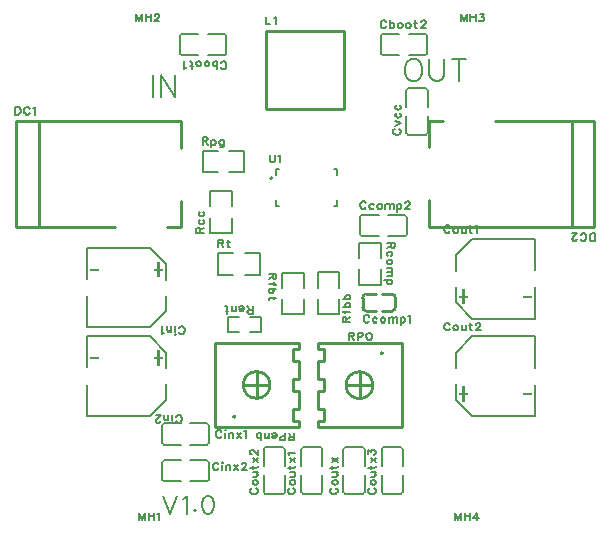
<source format=gto>
G04 Layer: TopSilkscreenLayer*
G04 EasyEDA Pro v2.2.43.4, 2025-10-30 16:07:04*
G04 Gerber Generator version 0.3*
G04 Scale: 100 percent, Rotated: No, Reflected: No*
G04 Dimensions in millimeters*
G04 Leading zeros omitted, absolute positions, 4 integers and 5 decimals*
G04 Generated by one-click*
%FSLAX45Y45*%
%MOMM*%
%ADD10C,0.203*%
%ADD11C,0.1524*%
%ADD12C,0.254*%
%ADD13C,0.152*%
%ADD14C,0.2*%
%ADD15C,0.1215*%
G75*


G04 Text Start*
G54D10*
G01X950160Y3899082D02*
G01X950160Y3712392D01*
G01X1013152Y3899082D02*
G01X1013152Y3712392D01*
G01X1013152Y3899082D02*
G01X1137612Y3712392D01*
G01X1137612Y3899082D02*
G01X1137612Y3712392D01*
G01X3138500Y4034080D02*
G01X3120720Y4025190D01*
G01X3102940Y4007410D01*
G01X3094050Y3989630D01*
G01X3085160Y3962960D01*
G01X3085160Y3918510D01*
G01X3094050Y3891840D01*
G01X3102940Y3874060D01*
G01X3120720Y3856280D01*
G01X3138500Y3847390D01*
G01X3174060Y3847390D01*
G01X3191840Y3856280D01*
G01X3209620Y3874060D01*
G01X3218510Y3891840D01*
G01X3227400Y3918510D01*
G01X3227400Y3962960D01*
G01X3218510Y3989630D01*
G01X3209620Y4007410D01*
G01X3191840Y4025190D01*
G01X3174060Y4034080D01*
G01X3138500Y4034080D01*
G01X3290392Y4034080D02*
G01X3290392Y3900730D01*
G01X3299282Y3874060D01*
G01X3317062Y3856280D01*
G01X3343732Y3847390D01*
G01X3361512Y3847390D01*
G01X3388182Y3856280D01*
G01X3405962Y3874060D01*
G01X3414852Y3900730D01*
G01X3414852Y4034080D01*
G01X3540074Y4034080D02*
G01X3540074Y3847390D01*
G01X3477844Y4034080D02*
G01X3602304Y4034080D01*
G01X1035160Y336074D02*
G01X1092564Y185452D01*
G01X1149968Y336074D02*
G01X1092564Y185452D01*
G01X1204832Y307372D02*
G01X1219056Y314484D01*
G01X1240646Y336074D01*
G01X1240646Y185452D01*
G01X1302622Y221266D02*
G01X1295510Y214154D01*
G01X1302622Y207042D01*
G01X1309734Y214154D01*
G01X1302622Y221266D01*
G01X1407524Y336074D02*
G01X1385934Y328962D01*
G01X1371710Y307372D01*
G01X1364598Y271558D01*
G01X1364598Y249968D01*
G01X1371710Y214154D01*
G01X1385934Y192564D01*
G01X1407524Y185452D01*
G01X1422002Y185452D01*
G01X1443338Y192564D01*
G01X1457816Y214154D01*
G01X1464928Y249968D01*
G01X1464928Y271558D01*
G01X1457816Y307372D01*
G01X1443338Y328962D01*
G01X1422002Y336074D01*
G01X1407524Y336074D01*
G54D11*
G01X1504102Y603740D02*
G01X1501054Y610090D01*
G01X1494704Y616186D01*
G01X1488608Y619234D01*
G01X1476162Y619234D01*
G01X1470066Y616186D01*
G01X1463716Y610090D01*
G01X1460668Y603740D01*
G01X1457620Y594596D01*
G01X1457620Y579102D01*
G01X1460668Y569704D01*
G01X1463716Y563608D01*
G01X1470066Y557258D01*
G01X1476162Y554210D01*
G01X1488608Y554210D01*
G01X1494704Y557258D01*
G01X1501054Y563608D01*
G01X1504102Y569704D01*
G01X1534328Y619234D02*
G01X1537376Y616186D01*
G01X1540424Y619234D01*
G01X1537376Y622282D01*
G01X1534328Y619234D01*
G01X1537376Y597644D02*
G01X1537376Y554210D01*
G01X1570650Y597644D02*
G01X1570650Y554210D01*
G01X1570650Y585198D02*
G01X1579794Y594596D01*
G01X1585890Y597644D01*
G01X1595288Y597644D01*
G01X1601384Y594596D01*
G01X1604686Y585198D01*
G01X1604686Y554210D01*
G01X1634912Y597644D02*
G01X1668948Y554210D01*
G01X1668948Y597644D02*
G01X1634912Y554210D01*
G01X1702222Y603740D02*
G01X1702222Y606788D01*
G01X1705270Y613138D01*
G01X1708318Y616186D01*
G01X1714414Y619234D01*
G01X1726860Y619234D01*
G01X1733210Y616186D01*
G01X1736258Y613138D01*
G01X1739306Y606788D01*
G01X1739306Y600692D01*
G01X1736258Y594596D01*
G01X1729908Y585198D01*
G01X1699174Y554210D01*
G01X1742354Y554210D01*
G01X3462105Y2611677D02*
G01X3459057Y2618027D01*
G01X3452707Y2624123D01*
G01X3446611Y2627171D01*
G01X3434165Y2627171D01*
G01X3428069Y2624123D01*
G01X3421719Y2618027D01*
G01X3418671Y2611677D01*
G01X3415623Y2602533D01*
G01X3415623Y2587039D01*
G01X3418671Y2577641D01*
G01X3421719Y2571545D01*
G01X3428069Y2565195D01*
G01X3434165Y2562147D01*
G01X3446611Y2562147D01*
G01X3452707Y2565195D01*
G01X3459057Y2571545D01*
G01X3462105Y2577641D01*
G01X3507571Y2605581D02*
G01X3501475Y2602533D01*
G01X3495379Y2596183D01*
G01X3492331Y2587039D01*
G01X3492331Y2580689D01*
G01X3495379Y2571545D01*
G01X3501475Y2565195D01*
G01X3507571Y2562147D01*
G01X3516969Y2562147D01*
G01X3523065Y2565195D01*
G01X3529415Y2571545D01*
G01X3532463Y2580689D01*
G01X3532463Y2587039D01*
G01X3529415Y2596183D01*
G01X3523065Y2602533D01*
G01X3516969Y2605581D01*
G01X3507571Y2605581D01*
G01X3562689Y2605581D02*
G01X3562689Y2574593D01*
G01X3565737Y2565195D01*
G01X3571833Y2562147D01*
G01X3581231Y2562147D01*
G01X3587327Y2565195D01*
G01X3596725Y2574593D01*
G01X3596725Y2605581D02*
G01X3596725Y2562147D01*
G01X3636095Y2627171D02*
G01X3636095Y2574593D01*
G01X3639143Y2565195D01*
G01X3645493Y2562147D01*
G01X3651589Y2562147D01*
G01X3626951Y2605581D02*
G01X3648541Y2605581D01*
G01X3681815Y2614725D02*
G01X3687911Y2618027D01*
G01X3697055Y2627171D01*
G01X3697055Y2562147D01*
G01X3462105Y1786677D02*
G01X3459057Y1793027D01*
G01X3452707Y1799123D01*
G01X3446611Y1802171D01*
G01X3434165Y1802171D01*
G01X3428069Y1799123D01*
G01X3421719Y1793027D01*
G01X3418671Y1786677D01*
G01X3415623Y1777533D01*
G01X3415623Y1762039D01*
G01X3418671Y1752641D01*
G01X3421719Y1746545D01*
G01X3428069Y1740195D01*
G01X3434165Y1737147D01*
G01X3446611Y1737147D01*
G01X3452707Y1740195D01*
G01X3459057Y1746545D01*
G01X3462105Y1752641D01*
G01X3507571Y1780581D02*
G01X3501475Y1777533D01*
G01X3495379Y1771183D01*
G01X3492331Y1762039D01*
G01X3492331Y1755689D01*
G01X3495379Y1746545D01*
G01X3501475Y1740195D01*
G01X3507571Y1737147D01*
G01X3516969Y1737147D01*
G01X3523065Y1740195D01*
G01X3529415Y1746545D01*
G01X3532463Y1755689D01*
G01X3532463Y1762039D01*
G01X3529415Y1771183D01*
G01X3523065Y1777533D01*
G01X3516969Y1780581D01*
G01X3507571Y1780581D01*
G01X3562689Y1780581D02*
G01X3562689Y1749593D01*
G01X3565737Y1740195D01*
G01X3571833Y1737147D01*
G01X3581231Y1737147D01*
G01X3587327Y1740195D01*
G01X3596725Y1749593D01*
G01X3596725Y1780581D02*
G01X3596725Y1737147D01*
G01X3636095Y1802171D02*
G01X3636095Y1749593D01*
G01X3639143Y1740195D01*
G01X3645493Y1737147D01*
G01X3651589Y1737147D01*
G01X3626951Y1780581D02*
G01X3648541Y1780581D01*
G01X3684863Y1786677D02*
G01X3684863Y1789725D01*
G01X3687911Y1796075D01*
G01X3690959Y1799123D01*
G01X3697055Y1802171D01*
G01X3709501Y1802171D01*
G01X3715851Y1799123D01*
G01X3718899Y1796075D01*
G01X3721947Y1789725D01*
G01X3721947Y1783629D01*
G01X3718899Y1777533D01*
G01X3712549Y1768135D01*
G01X3681815Y1737147D01*
G01X3724995Y1737147D01*
G01X2462647Y400122D02*
G01X2456297Y397074D01*
G01X2450201Y390724D01*
G01X2447153Y384628D01*
G01X2447153Y372182D01*
G01X2450201Y366086D01*
G01X2456297Y359736D01*
G01X2462647Y356688D01*
G01X2471791Y353640D01*
G01X2487285Y353640D01*
G01X2496683Y356688D01*
G01X2502779Y359736D01*
G01X2509129Y366086D01*
G01X2512177Y372182D01*
G01X2512177Y384628D01*
G01X2509129Y390724D01*
G01X2502779Y397074D01*
G01X2496683Y400122D01*
G01X2468743Y445588D02*
G01X2471791Y439492D01*
G01X2478141Y433396D01*
G01X2487285Y430348D01*
G01X2493635Y430348D01*
G01X2502779Y433396D01*
G01X2509129Y439492D01*
G01X2512177Y445588D01*
G01X2512177Y454986D01*
G01X2509129Y461082D01*
G01X2502779Y467432D01*
G01X2493635Y470480D01*
G01X2487285Y470480D01*
G01X2478141Y467432D01*
G01X2471791Y461082D01*
G01X2468743Y454986D01*
G01X2468743Y445588D01*
G01X2468743Y500706D02*
G01X2499731Y500706D01*
G01X2509129Y503754D01*
G01X2512177Y509850D01*
G01X2512177Y519248D01*
G01X2509129Y525344D01*
G01X2499731Y534742D01*
G01X2468743Y534742D02*
G01X2512177Y534742D01*
G01X2447153Y574112D02*
G01X2499731Y574112D01*
G01X2509129Y577160D01*
G01X2512177Y583510D01*
G01X2512177Y589606D01*
G01X2468743Y564968D02*
G01X2468743Y586558D01*
G01X2468743Y619832D02*
G01X2512177Y653868D01*
G01X2468743Y653868D02*
G01X2512177Y619832D01*
G01X-215078Y3629799D02*
G01X-215078Y3564775D01*
G01X-215078Y3629799D02*
G01X-193488Y3629799D01*
G01X-184090Y3626751D01*
G01X-177994Y3620655D01*
G01X-174946Y3614305D01*
G01X-171644Y3605161D01*
G01X-171644Y3589667D01*
G01X-174946Y3580269D01*
G01X-177994Y3574173D01*
G01X-184090Y3567823D01*
G01X-193488Y3564775D01*
G01X-215078Y3564775D01*
G01X-95190Y3614305D02*
G01X-98238Y3620655D01*
G01X-104334Y3626751D01*
G01X-110684Y3629799D01*
G01X-122876Y3629799D01*
G01X-129226Y3626751D01*
G01X-135322Y3620655D01*
G01X-138370Y3614305D01*
G01X-141418Y3605161D01*
G01X-141418Y3589667D01*
G01X-138370Y3580269D01*
G01X-135322Y3574173D01*
G01X-129226Y3567823D01*
G01X-122876Y3564775D01*
G01X-110684Y3564775D01*
G01X-104334Y3567823D01*
G01X-98238Y3574173D01*
G01X-95190Y3580269D01*
G01X-64964Y3617353D02*
G01X-58868Y3620655D01*
G01X-49724Y3629799D01*
G01X-49724Y3564775D01*
G01X4690078Y2495201D02*
G01X4690078Y2560225D01*
G01X4690078Y2495201D02*
G01X4668488Y2495201D01*
G01X4659090Y2498249D01*
G01X4652994Y2504345D01*
G01X4649946Y2510695D01*
G01X4646644Y2519839D01*
G01X4646644Y2535333D01*
G01X4649946Y2544731D01*
G01X4652994Y2550827D01*
G01X4659090Y2557177D01*
G01X4668488Y2560225D01*
G01X4690078Y2560225D01*
G01X4570190Y2510695D02*
G01X4573238Y2504345D01*
G01X4579334Y2498249D01*
G01X4585684Y2495201D01*
G01X4597876Y2495201D01*
G01X4604226Y2498249D01*
G01X4610322Y2504345D01*
G01X4613370Y2510695D01*
G01X4616418Y2519839D01*
G01X4616418Y2535333D01*
G01X4613370Y2544731D01*
G01X4610322Y2550827D01*
G01X4604226Y2557177D01*
G01X4597876Y2560225D01*
G01X4585684Y2560225D01*
G01X4579334Y2557177D01*
G01X4573238Y2550827D01*
G01X4570190Y2544731D01*
G01X4536916Y2510695D02*
G01X4536916Y2507647D01*
G01X4533868Y2501297D01*
G01X4530820Y2498249D01*
G01X4524724Y2495201D01*
G01X4512278Y2495201D01*
G01X4505928Y2498249D01*
G01X4502880Y2501297D01*
G01X4499832Y2507647D01*
G01X4499832Y2513743D01*
G01X4502880Y2519839D01*
G01X4509230Y2529237D01*
G01X4539964Y2560225D01*
G01X4496784Y2560225D01*
G01X1904720Y4394834D02*
G01X1904720Y4329810D01*
G01X1904720Y4329810D02*
G01X1941804Y4329810D01*
G01X1972030Y4382388D02*
G01X1978126Y4385690D01*
G01X1987270Y4394834D01*
G01X1987270Y4329810D01*
G01X1938535Y3226935D02*
G01X1938535Y3180453D01*
G01X1941583Y3171309D01*
G01X1947933Y3164959D01*
G01X1957077Y3161911D01*
G01X1963427Y3161911D01*
G01X1972571Y3164959D01*
G01X1978667Y3171309D01*
G01X1981969Y3180453D01*
G01X1981969Y3226935D01*
G01X2012195Y3214489D02*
G01X2018291Y3217791D01*
G01X2027435Y3226935D01*
G01X2027435Y3161911D01*
G01X832620Y194234D02*
G01X832620Y129210D01*
G01X832620Y194234D02*
G01X857512Y129210D01*
G01X882150Y194234D02*
G01X857512Y129210D01*
G01X882150Y194234D02*
G01X882150Y129210D01*
G01X912376Y194234D02*
G01X912376Y129210D01*
G01X955556Y194234D02*
G01X955556Y129210D01*
G01X912376Y163246D02*
G01X955556Y163246D01*
G01X985782Y181788D02*
G01X991878Y185090D01*
G01X1001022Y194234D01*
G01X1001022Y129210D01*
G01X807620Y4419234D02*
G01X807620Y4354210D01*
G01X807620Y4419234D02*
G01X832512Y4354210D01*
G01X857150Y4419234D02*
G01X832512Y4354210D01*
G01X857150Y4419234D02*
G01X857150Y4354210D01*
G01X887376Y4419234D02*
G01X887376Y4354210D01*
G01X930556Y4419234D02*
G01X930556Y4354210D01*
G01X887376Y4388246D02*
G01X930556Y4388246D01*
G01X963830Y4403740D02*
G01X963830Y4406788D01*
G01X966878Y4413138D01*
G01X969926Y4416186D01*
G01X976022Y4419234D01*
G01X988468Y4419234D01*
G01X994818Y4416186D01*
G01X997866Y4413138D01*
G01X1000914Y4406788D01*
G01X1000914Y4400692D01*
G01X997866Y4394596D01*
G01X991516Y4385198D01*
G01X960782Y4354210D01*
G01X1003962Y4354210D01*
G01X3557620Y4419234D02*
G01X3557620Y4354210D01*
G01X3557620Y4419234D02*
G01X3582512Y4354210D01*
G01X3607150Y4419234D02*
G01X3582512Y4354210D01*
G01X3607150Y4419234D02*
G01X3607150Y4354210D01*
G01X3637376Y4419234D02*
G01X3637376Y4354210D01*
G01X3680556Y4419234D02*
G01X3680556Y4354210D01*
G01X3637376Y4388246D02*
G01X3680556Y4388246D01*
G01X3716878Y4419234D02*
G01X3750914Y4419234D01*
G01X3732372Y4394596D01*
G01X3741516Y4394596D01*
G01X3747866Y4391548D01*
G01X3750914Y4388246D01*
G01X3753962Y4379102D01*
G01X3753962Y4372752D01*
G01X3750914Y4363608D01*
G01X3744818Y4357258D01*
G01X3735420Y4354210D01*
G01X3726022Y4354210D01*
G01X3716878Y4357258D01*
G01X3713830Y4360560D01*
G01X3710782Y4366656D01*
G01X3507620Y194234D02*
G01X3507620Y129210D01*
G01X3507620Y194234D02*
G01X3532512Y129210D01*
G01X3557150Y194234D02*
G01X3532512Y129210D01*
G01X3557150Y194234D02*
G01X3557150Y129210D01*
G01X3587376Y194234D02*
G01X3587376Y129210D01*
G01X3630556Y194234D02*
G01X3630556Y129210D01*
G01X3587376Y163246D02*
G01X3630556Y163246D01*
G01X3691516Y194234D02*
G01X3660782Y151054D01*
G01X3707010Y151054D01*
G01X3691516Y194234D02*
G01X3691516Y129210D01*
G01X2996688Y3442119D02*
G01X2990338Y3439071D01*
G01X2984242Y3432721D01*
G01X2981194Y3426625D01*
G01X2981194Y3414179D01*
G01X2984242Y3408083D01*
G01X2990338Y3401733D01*
G01X2996688Y3398685D01*
G01X3005832Y3395637D01*
G01X3021326Y3395637D01*
G01X3030724Y3398685D01*
G01X3036820Y3401733D01*
G01X3043170Y3408083D01*
G01X3046218Y3414179D01*
G01X3046218Y3426625D01*
G01X3043170Y3432721D01*
G01X3036820Y3439071D01*
G01X3030724Y3442119D01*
G01X3002784Y3472345D02*
G01X3046218Y3490887D01*
G01X3002784Y3509429D02*
G01X3046218Y3490887D01*
G01X3012182Y3576739D02*
G01X3005832Y3570389D01*
G01X3002784Y3564293D01*
G01X3002784Y3554895D01*
G01X3005832Y3548799D01*
G01X3012182Y3542703D01*
G01X3021326Y3539655D01*
G01X3027676Y3539655D01*
G01X3036820Y3542703D01*
G01X3043170Y3548799D01*
G01X3046218Y3554895D01*
G01X3046218Y3564293D01*
G01X3043170Y3570389D01*
G01X3036820Y3576739D01*
G01X3012182Y3644049D02*
G01X3005832Y3637699D01*
G01X3002784Y3631603D01*
G01X3002784Y3622205D01*
G01X3005832Y3616109D01*
G01X3012182Y3610013D01*
G01X3021326Y3606965D01*
G01X3027676Y3606965D01*
G01X3036820Y3610013D01*
G01X3043170Y3616109D01*
G01X3046218Y3622205D01*
G01X3046218Y3631603D01*
G01X3043170Y3637699D01*
G01X3036820Y3644049D01*
G01X1317558Y2564542D02*
G01X1382582Y2564542D01*
G01X1317558Y2564542D02*
G01X1317558Y2592482D01*
G01X1320606Y2601626D01*
G01X1323654Y2604674D01*
G01X1330004Y2607976D01*
G01X1336100Y2607976D01*
G01X1342196Y2604674D01*
G01X1345244Y2601626D01*
G01X1348546Y2592482D01*
G01X1348546Y2564542D01*
G01X1348546Y2586132D02*
G01X1382582Y2607976D01*
G01X1348546Y2675286D02*
G01X1342196Y2668936D01*
G01X1339148Y2662840D01*
G01X1339148Y2653442D01*
G01X1342196Y2647346D01*
G01X1348546Y2641250D01*
G01X1357690Y2638202D01*
G01X1364040Y2638202D01*
G01X1373184Y2641250D01*
G01X1379534Y2647346D01*
G01X1382582Y2653442D01*
G01X1382582Y2662840D01*
G01X1379534Y2668936D01*
G01X1373184Y2675286D01*
G01X1348546Y2742596D02*
G01X1342196Y2736246D01*
G01X1339148Y2730150D01*
G01X1339148Y2720752D01*
G01X1342196Y2714656D01*
G01X1348546Y2708560D01*
G01X1357690Y2705512D01*
G01X1364040Y2705512D01*
G01X1373184Y2708560D01*
G01X1379534Y2714656D01*
G01X1382582Y2720752D01*
G01X1382582Y2730150D01*
G01X1379534Y2736246D01*
G01X1373184Y2742596D01*
G01X2994699Y2477523D02*
G01X2929675Y2477523D01*
G01X2994699Y2477523D02*
G01X2994699Y2449583D01*
G01X2991651Y2440439D01*
G01X2988603Y2437391D01*
G01X2982253Y2434089D01*
G01X2976157Y2434089D01*
G01X2970061Y2437391D01*
G01X2967013Y2440439D01*
G01X2963711Y2449583D01*
G01X2963711Y2477523D01*
G01X2963711Y2455933D02*
G01X2929675Y2434089D01*
G01X2963711Y2366779D02*
G01X2970061Y2373129D01*
G01X2973109Y2379225D01*
G01X2973109Y2388623D01*
G01X2970061Y2394719D01*
G01X2963711Y2400815D01*
G01X2954567Y2403863D01*
G01X2948217Y2403863D01*
G01X2939073Y2400815D01*
G01X2932723Y2394719D01*
G01X2929675Y2388623D01*
G01X2929675Y2379225D01*
G01X2932723Y2373129D01*
G01X2939073Y2366779D01*
G01X2973109Y2321313D02*
G01X2970061Y2327409D01*
G01X2963711Y2333505D01*
G01X2954567Y2336553D01*
G01X2948217Y2336553D01*
G01X2939073Y2333505D01*
G01X2932723Y2327409D01*
G01X2929675Y2321313D01*
G01X2929675Y2311915D01*
G01X2932723Y2305819D01*
G01X2939073Y2299469D01*
G01X2948217Y2296421D01*
G01X2954567Y2296421D01*
G01X2963711Y2299469D01*
G01X2970061Y2305819D01*
G01X2973109Y2311915D01*
G01X2973109Y2321313D01*
G01X2973109Y2266195D02*
G01X2929675Y2266195D01*
G01X2960663Y2266195D02*
G01X2970061Y2257051D01*
G01X2973109Y2250955D01*
G01X2973109Y2241557D01*
G01X2970061Y2235461D01*
G01X2960663Y2232159D01*
G01X2929675Y2232159D01*
G01X2960663Y2232159D02*
G01X2970061Y2223015D01*
G01X2973109Y2216665D01*
G01X2973109Y2207521D01*
G01X2970061Y2201425D01*
G01X2960663Y2198123D01*
G01X2929675Y2198123D01*
G01X2973109Y2167897D02*
G01X2908085Y2167897D01*
G01X2963711Y2167897D02*
G01X2970061Y2161801D01*
G01X2973109Y2155705D01*
G01X2973109Y2146307D01*
G01X2970061Y2140211D01*
G01X2963711Y2133861D01*
G01X2954567Y2130813D01*
G01X2948217Y2130813D01*
G01X2939073Y2133861D01*
G01X2932723Y2140211D01*
G01X2929675Y2146307D01*
G01X2929675Y2155705D01*
G01X2932723Y2161801D01*
G01X2939073Y2167897D01*
G01X1369856Y3373260D02*
G01X1369856Y3308236D01*
G01X1369856Y3373260D02*
G01X1397796Y3373260D01*
G01X1406940Y3370212D01*
G01X1409988Y3367164D01*
G01X1413290Y3360814D01*
G01X1413290Y3354718D01*
G01X1409988Y3348622D01*
G01X1406940Y3345574D01*
G01X1397796Y3342272D01*
G01X1369856Y3342272D01*
G01X1391446Y3342272D02*
G01X1413290Y3308236D01*
G01X1443516Y3351670D02*
G01X1443516Y3286646D01*
G01X1443516Y3342272D02*
G01X1449612Y3348622D01*
G01X1455708Y3351670D01*
G01X1465106Y3351670D01*
G01X1471202Y3348622D01*
G01X1477552Y3342272D01*
G01X1480600Y3333128D01*
G01X1480600Y3326778D01*
G01X1477552Y3317634D01*
G01X1471202Y3311284D01*
G01X1465106Y3308236D01*
G01X1455708Y3308236D01*
G01X1449612Y3311284D01*
G01X1443516Y3317634D01*
G01X1547910Y3351670D02*
G01X1547910Y3302140D01*
G01X1544862Y3292742D01*
G01X1541560Y3289694D01*
G01X1535464Y3286646D01*
G01X1526066Y3286646D01*
G01X1519970Y3289694D01*
G01X1547910Y3342272D02*
G01X1541560Y3348622D01*
G01X1535464Y3351670D01*
G01X1526066Y3351670D01*
G01X1519970Y3348622D01*
G01X1513874Y3342272D01*
G01X1510826Y3333128D01*
G01X1510826Y3326778D01*
G01X1513874Y3317634D01*
G01X1519970Y3311284D01*
G01X1526066Y3308236D01*
G01X1535464Y3308236D01*
G01X1541560Y3311284D01*
G01X1547910Y3317634D01*
G01X1502389Y2506331D02*
G01X1502389Y2441307D01*
G01X1502389Y2506331D02*
G01X1530329Y2506331D01*
G01X1539473Y2503283D01*
G01X1542521Y2500235D01*
G01X1545823Y2493885D01*
G01X1545823Y2487789D01*
G01X1542521Y2481693D01*
G01X1539473Y2478645D01*
G01X1530329Y2475343D01*
G01X1502389Y2475343D01*
G01X1523979Y2475343D02*
G01X1545823Y2441307D01*
G01X1585193Y2506331D02*
G01X1585193Y2453753D01*
G01X1588241Y2444355D01*
G01X1594591Y2441307D01*
G01X1600687Y2441307D01*
G01X1576049Y2484741D02*
G01X1597639Y2484741D01*
G01X1524126Y3967498D02*
G01X1527174Y3961148D01*
G01X1533524Y3955052D01*
G01X1539620Y3952004D01*
G01X1552066Y3952004D01*
G01X1558162Y3955052D01*
G01X1564512Y3961148D01*
G01X1567560Y3967498D01*
G01X1570608Y3976642D01*
G01X1570608Y3992136D01*
G01X1567560Y4001534D01*
G01X1564512Y4007630D01*
G01X1558162Y4013980D01*
G01X1552066Y4017028D01*
G01X1539620Y4017028D01*
G01X1533524Y4013980D01*
G01X1527174Y4007630D01*
G01X1524126Y4001534D01*
G01X1493900Y3952004D02*
G01X1493900Y4017028D01*
G01X1493900Y3982992D02*
G01X1487804Y3976642D01*
G01X1481708Y3973594D01*
G01X1472310Y3973594D01*
G01X1466214Y3976642D01*
G01X1459864Y3982992D01*
G01X1456816Y3992136D01*
G01X1456816Y3998486D01*
G01X1459864Y4007630D01*
G01X1466214Y4013980D01*
G01X1472310Y4017028D01*
G01X1481708Y4017028D01*
G01X1487804Y4013980D01*
G01X1493900Y4007630D01*
G01X1411350Y3973594D02*
G01X1417446Y3976642D01*
G01X1423542Y3982992D01*
G01X1426590Y3992136D01*
G01X1426590Y3998486D01*
G01X1423542Y4007630D01*
G01X1417446Y4013980D01*
G01X1411350Y4017028D01*
G01X1401952Y4017028D01*
G01X1395856Y4013980D01*
G01X1389506Y4007630D01*
G01X1386458Y3998486D01*
G01X1386458Y3992136D01*
G01X1389506Y3982992D01*
G01X1395856Y3976642D01*
G01X1401952Y3973594D01*
G01X1411350Y3973594D01*
G01X1340992Y3973594D02*
G01X1347088Y3976642D01*
G01X1353184Y3982992D01*
G01X1356232Y3992136D01*
G01X1356232Y3998486D01*
G01X1353184Y4007630D01*
G01X1347088Y4013980D01*
G01X1340992Y4017028D01*
G01X1331594Y4017028D01*
G01X1325498Y4013980D01*
G01X1319148Y4007630D01*
G01X1316100Y3998486D01*
G01X1316100Y3992136D01*
G01X1319148Y3982992D01*
G01X1325498Y3976642D01*
G01X1331594Y3973594D01*
G01X1340992Y3973594D01*
G01X1276730Y3952004D02*
G01X1276730Y4004582D01*
G01X1273682Y4013980D01*
G01X1267332Y4017028D01*
G01X1261236Y4017028D01*
G01X1285874Y3973594D02*
G01X1264284Y3973594D01*
G01X1231010Y3964450D02*
G01X1224914Y3961148D01*
G01X1215770Y3952004D01*
G01X1215770Y4017028D01*
G01X2924588Y4346339D02*
G01X2921540Y4352689D01*
G01X2915190Y4358785D01*
G01X2909094Y4361833D01*
G01X2896648Y4361833D01*
G01X2890552Y4358785D01*
G01X2884202Y4352689D01*
G01X2881154Y4346339D01*
G01X2878106Y4337195D01*
G01X2878106Y4321701D01*
G01X2881154Y4312303D01*
G01X2884202Y4306207D01*
G01X2890552Y4299857D01*
G01X2896648Y4296809D01*
G01X2909094Y4296809D01*
G01X2915190Y4299857D01*
G01X2921540Y4306207D01*
G01X2924588Y4312303D01*
G01X2954814Y4361833D02*
G01X2954814Y4296809D01*
G01X2954814Y4330845D02*
G01X2960910Y4337195D01*
G01X2967006Y4340243D01*
G01X2976404Y4340243D01*
G01X2982500Y4337195D01*
G01X2988850Y4330845D01*
G01X2991898Y4321701D01*
G01X2991898Y4315351D01*
G01X2988850Y4306207D01*
G01X2982500Y4299857D01*
G01X2976404Y4296809D01*
G01X2967006Y4296809D01*
G01X2960910Y4299857D01*
G01X2954814Y4306207D01*
G01X3037364Y4340243D02*
G01X3031268Y4337195D01*
G01X3025172Y4330845D01*
G01X3022124Y4321701D01*
G01X3022124Y4315351D01*
G01X3025172Y4306207D01*
G01X3031268Y4299857D01*
G01X3037364Y4296809D01*
G01X3046762Y4296809D01*
G01X3052858Y4299857D01*
G01X3059208Y4306207D01*
G01X3062256Y4315351D01*
G01X3062256Y4321701D01*
G01X3059208Y4330845D01*
G01X3052858Y4337195D01*
G01X3046762Y4340243D01*
G01X3037364Y4340243D01*
G01X3107722Y4340243D02*
G01X3101626Y4337195D01*
G01X3095530Y4330845D01*
G01X3092482Y4321701D01*
G01X3092482Y4315351D01*
G01X3095530Y4306207D01*
G01X3101626Y4299857D01*
G01X3107722Y4296809D01*
G01X3117120Y4296809D01*
G01X3123216Y4299857D01*
G01X3129566Y4306207D01*
G01X3132614Y4315351D01*
G01X3132614Y4321701D01*
G01X3129566Y4330845D01*
G01X3123216Y4337195D01*
G01X3117120Y4340243D01*
G01X3107722Y4340243D01*
G01X3171984Y4361833D02*
G01X3171984Y4309255D01*
G01X3175032Y4299857D01*
G01X3181382Y4296809D01*
G01X3187478Y4296809D01*
G01X3162840Y4340243D02*
G01X3184430Y4340243D01*
G01X3220752Y4346339D02*
G01X3220752Y4349387D01*
G01X3223800Y4355737D01*
G01X3226848Y4358785D01*
G01X3232944Y4361833D01*
G01X3245390Y4361833D01*
G01X3251740Y4358785D01*
G01X3254788Y4355737D01*
G01X3257836Y4349387D01*
G01X3257836Y4343291D01*
G01X3254788Y4337195D01*
G01X3248438Y4327797D01*
G01X3217704Y4296809D01*
G01X3260884Y4296809D01*
G01X2779102Y1853740D02*
G01X2776054Y1860090D01*
G01X2769704Y1866186D01*
G01X2763608Y1869234D01*
G01X2751162Y1869234D01*
G01X2745066Y1866186D01*
G01X2738716Y1860090D01*
G01X2735668Y1853740D01*
G01X2732620Y1844596D01*
G01X2732620Y1829102D01*
G01X2735668Y1819704D01*
G01X2738716Y1813608D01*
G01X2745066Y1807258D01*
G01X2751162Y1804210D01*
G01X2763608Y1804210D01*
G01X2769704Y1807258D01*
G01X2776054Y1813608D01*
G01X2779102Y1819704D01*
G01X2846412Y1838246D02*
G01X2840062Y1844596D01*
G01X2833966Y1847644D01*
G01X2824568Y1847644D01*
G01X2818472Y1844596D01*
G01X2812376Y1838246D01*
G01X2809328Y1829102D01*
G01X2809328Y1822752D01*
G01X2812376Y1813608D01*
G01X2818472Y1807258D01*
G01X2824568Y1804210D01*
G01X2833966Y1804210D01*
G01X2840062Y1807258D01*
G01X2846412Y1813608D01*
G01X2891878Y1847644D02*
G01X2885782Y1844596D01*
G01X2879686Y1838246D01*
G01X2876638Y1829102D01*
G01X2876638Y1822752D01*
G01X2879686Y1813608D01*
G01X2885782Y1807258D01*
G01X2891878Y1804210D01*
G01X2901276Y1804210D01*
G01X2907372Y1807258D01*
G01X2913722Y1813608D01*
G01X2916770Y1822752D01*
G01X2916770Y1829102D01*
G01X2913722Y1838246D01*
G01X2907372Y1844596D01*
G01X2901276Y1847644D01*
G01X2891878Y1847644D01*
G01X2946996Y1847644D02*
G01X2946996Y1804210D01*
G01X2946996Y1835198D02*
G01X2956140Y1844596D01*
G01X2962236Y1847644D01*
G01X2971634Y1847644D01*
G01X2977730Y1844596D01*
G01X2981032Y1835198D01*
G01X2981032Y1804210D01*
G01X2981032Y1835198D02*
G01X2990176Y1844596D01*
G01X2996526Y1847644D01*
G01X3005670Y1847644D01*
G01X3011766Y1844596D01*
G01X3015068Y1835198D01*
G01X3015068Y1804210D01*
G01X3045294Y1847644D02*
G01X3045294Y1782620D01*
G01X3045294Y1838246D02*
G01X3051390Y1844596D01*
G01X3057486Y1847644D01*
G01X3066884Y1847644D01*
G01X3072980Y1844596D01*
G01X3079330Y1838246D01*
G01X3082378Y1829102D01*
G01X3082378Y1822752D01*
G01X3079330Y1813608D01*
G01X3072980Y1807258D01*
G01X3066884Y1804210D01*
G01X3057486Y1804210D01*
G01X3051390Y1807258D01*
G01X3045294Y1813608D01*
G01X3112604Y1856788D02*
G01X3118700Y1860090D01*
G01X3127844Y1869234D01*
G01X3127844Y1804210D01*
G01X2750122Y2814421D02*
G01X2747074Y2820771D01*
G01X2740724Y2826867D01*
G01X2734628Y2829915D01*
G01X2722182Y2829915D01*
G01X2716086Y2826867D01*
G01X2709736Y2820771D01*
G01X2706688Y2814421D01*
G01X2703640Y2805277D01*
G01X2703640Y2789783D01*
G01X2706688Y2780385D01*
G01X2709736Y2774289D01*
G01X2716086Y2767939D01*
G01X2722182Y2764891D01*
G01X2734628Y2764891D01*
G01X2740724Y2767939D01*
G01X2747074Y2774289D01*
G01X2750122Y2780385D01*
G01X2817432Y2798927D02*
G01X2811082Y2805277D01*
G01X2804986Y2808325D01*
G01X2795588Y2808325D01*
G01X2789492Y2805277D01*
G01X2783396Y2798927D01*
G01X2780348Y2789783D01*
G01X2780348Y2783433D01*
G01X2783396Y2774289D01*
G01X2789492Y2767939D01*
G01X2795588Y2764891D01*
G01X2804986Y2764891D01*
G01X2811082Y2767939D01*
G01X2817432Y2774289D01*
G01X2862898Y2808325D02*
G01X2856802Y2805277D01*
G01X2850706Y2798927D01*
G01X2847658Y2789783D01*
G01X2847658Y2783433D01*
G01X2850706Y2774289D01*
G01X2856802Y2767939D01*
G01X2862898Y2764891D01*
G01X2872296Y2764891D01*
G01X2878392Y2767939D01*
G01X2884742Y2774289D01*
G01X2887790Y2783433D01*
G01X2887790Y2789783D01*
G01X2884742Y2798927D01*
G01X2878392Y2805277D01*
G01X2872296Y2808325D01*
G01X2862898Y2808325D01*
G01X2918016Y2808325D02*
G01X2918016Y2764891D01*
G01X2918016Y2795879D02*
G01X2927160Y2805277D01*
G01X2933256Y2808325D01*
G01X2942654Y2808325D01*
G01X2948750Y2805277D01*
G01X2952052Y2795879D01*
G01X2952052Y2764891D01*
G01X2952052Y2795879D02*
G01X2961196Y2805277D01*
G01X2967546Y2808325D01*
G01X2976690Y2808325D01*
G01X2982786Y2805277D01*
G01X2986088Y2795879D01*
G01X2986088Y2764891D01*
G01X3016314Y2808325D02*
G01X3016314Y2743301D01*
G01X3016314Y2798927D02*
G01X3022410Y2805277D01*
G01X3028506Y2808325D01*
G01X3037904Y2808325D01*
G01X3044000Y2805277D01*
G01X3050350Y2798927D01*
G01X3053398Y2789783D01*
G01X3053398Y2783433D01*
G01X3050350Y2774289D01*
G01X3044000Y2767939D01*
G01X3037904Y2764891D01*
G01X3028506Y2764891D01*
G01X3022410Y2767939D01*
G01X3016314Y2774289D01*
G01X3086672Y2814421D02*
G01X3086672Y2817469D01*
G01X3089720Y2823819D01*
G01X3092768Y2826867D01*
G01X3098864Y2829915D01*
G01X3111310Y2829915D01*
G01X3117660Y2826867D01*
G01X3120708Y2823819D01*
G01X3123756Y2817469D01*
G01X3123756Y2811373D01*
G01X3120708Y2805277D01*
G01X3114358Y2795879D01*
G01X3083624Y2764891D01*
G01X3126804Y2764891D01*
G01X1170898Y1721260D02*
G01X1173946Y1714910D01*
G01X1180296Y1708814D01*
G01X1186392Y1705766D01*
G01X1198838Y1705766D01*
G01X1204934Y1708814D01*
G01X1211284Y1714910D01*
G01X1214332Y1721260D01*
G01X1217380Y1730404D01*
G01X1217380Y1745898D01*
G01X1214332Y1755296D01*
G01X1211284Y1761392D01*
G01X1204934Y1767742D01*
G01X1198838Y1770790D01*
G01X1186392Y1770790D01*
G01X1180296Y1767742D01*
G01X1173946Y1761392D01*
G01X1170898Y1755296D01*
G01X1140672Y1705766D02*
G01X1137624Y1708814D01*
G01X1134576Y1705766D01*
G01X1137624Y1702718D01*
G01X1140672Y1705766D01*
G01X1137624Y1727356D02*
G01X1137624Y1770790D01*
G01X1104350Y1727356D02*
G01X1104350Y1770790D01*
G01X1104350Y1739802D02*
G01X1095206Y1730404D01*
G01X1089110Y1727356D01*
G01X1079712Y1727356D01*
G01X1073616Y1730404D01*
G01X1070314Y1739802D01*
G01X1070314Y1770790D01*
G01X1040088Y1718212D02*
G01X1033992Y1714910D01*
G01X1024848Y1705766D01*
G01X1024848Y1770790D01*
G01X1145898Y971260D02*
G01X1148946Y964910D01*
G01X1155296Y958814D01*
G01X1161392Y955766D01*
G01X1173838Y955766D01*
G01X1179934Y958814D01*
G01X1186284Y964910D01*
G01X1189332Y971260D01*
G01X1192380Y980404D01*
G01X1192380Y995898D01*
G01X1189332Y1005296D01*
G01X1186284Y1011392D01*
G01X1179934Y1017742D01*
G01X1173838Y1020790D01*
G01X1161392Y1020790D01*
G01X1155296Y1017742D01*
G01X1148946Y1011392D01*
G01X1145898Y1005296D01*
G01X1115672Y955766D02*
G01X1112624Y958814D01*
G01X1109576Y955766D01*
G01X1112624Y952718D01*
G01X1115672Y955766D01*
G01X1112624Y977356D02*
G01X1112624Y1020790D01*
G01X1079350Y977356D02*
G01X1079350Y1020790D01*
G01X1079350Y989802D02*
G01X1070206Y980404D01*
G01X1064110Y977356D01*
G01X1054712Y977356D01*
G01X1048616Y980404D01*
G01X1045314Y989802D01*
G01X1045314Y1020790D01*
G01X1012040Y971260D02*
G01X1012040Y968212D01*
G01X1008992Y961862D01*
G01X1005944Y958814D01*
G01X999848Y955766D01*
G01X987402Y955766D01*
G01X981052Y958814D01*
G01X978004Y961862D01*
G01X974956Y968212D01*
G01X974956Y974308D01*
G01X978004Y980404D01*
G01X984354Y989802D01*
G01X1015088Y1020790D01*
G01X971908Y1020790D01*
G01X1529102Y878740D02*
G01X1526054Y885090D01*
G01X1519704Y891186D01*
G01X1513608Y894234D01*
G01X1501162Y894234D01*
G01X1495066Y891186D01*
G01X1488716Y885090D01*
G01X1485668Y878740D01*
G01X1482620Y869596D01*
G01X1482620Y854102D01*
G01X1485668Y844704D01*
G01X1488716Y838608D01*
G01X1495066Y832258D01*
G01X1501162Y829210D01*
G01X1513608Y829210D01*
G01X1519704Y832258D01*
G01X1526054Y838608D01*
G01X1529102Y844704D01*
G01X1559328Y894234D02*
G01X1562376Y891186D01*
G01X1565424Y894234D01*
G01X1562376Y897282D01*
G01X1559328Y894234D01*
G01X1562376Y872644D02*
G01X1562376Y829210D01*
G01X1595650Y872644D02*
G01X1595650Y829210D01*
G01X1595650Y860198D02*
G01X1604794Y869596D01*
G01X1610890Y872644D01*
G01X1620288Y872644D01*
G01X1626384Y869596D01*
G01X1629686Y860198D01*
G01X1629686Y829210D01*
G01X1659912Y872644D02*
G01X1693948Y829210D01*
G01X1693948Y872644D02*
G01X1659912Y829210D01*
G01X1724174Y881788D02*
G01X1730270Y885090D01*
G01X1739414Y894234D01*
G01X1739414Y829210D01*
G01X2104357Y400122D02*
G01X2098007Y397074D01*
G01X2091911Y390724D01*
G01X2088863Y384628D01*
G01X2088863Y372182D01*
G01X2091911Y366086D01*
G01X2098007Y359736D01*
G01X2104357Y356688D01*
G01X2113501Y353640D01*
G01X2128995Y353640D01*
G01X2138393Y356688D01*
G01X2144489Y359736D01*
G01X2150839Y366086D01*
G01X2153887Y372182D01*
G01X2153887Y384628D01*
G01X2150839Y390724D01*
G01X2144489Y397074D01*
G01X2138393Y400122D01*
G01X2110453Y445588D02*
G01X2113501Y439492D01*
G01X2119851Y433396D01*
G01X2128995Y430348D01*
G01X2135345Y430348D01*
G01X2144489Y433396D01*
G01X2150839Y439492D01*
G01X2153887Y445588D01*
G01X2153887Y454986D01*
G01X2150839Y461082D01*
G01X2144489Y467432D01*
G01X2135345Y470480D01*
G01X2128995Y470480D01*
G01X2119851Y467432D01*
G01X2113501Y461082D01*
G01X2110453Y454986D01*
G01X2110453Y445588D01*
G01X2110453Y500706D02*
G01X2141441Y500706D01*
G01X2150839Y503754D01*
G01X2153887Y509850D01*
G01X2153887Y519248D01*
G01X2150839Y525344D01*
G01X2141441Y534742D01*
G01X2110453Y534742D02*
G01X2153887Y534742D01*
G01X2088863Y574112D02*
G01X2141441Y574112D01*
G01X2150839Y577160D01*
G01X2153887Y583510D01*
G01X2153887Y589606D01*
G01X2110453Y564968D02*
G01X2110453Y586558D01*
G01X2110453Y619832D02*
G01X2153887Y653868D01*
G01X2110453Y653868D02*
G01X2153887Y619832D01*
G01X2101309Y684094D02*
G01X2098007Y690190D01*
G01X2088863Y699334D01*
G01X2153887Y699334D01*
G01X1787316Y400122D02*
G01X1780966Y397074D01*
G01X1774870Y390724D01*
G01X1771822Y384628D01*
G01X1771822Y372182D01*
G01X1774870Y366086D01*
G01X1780966Y359736D01*
G01X1787316Y356688D01*
G01X1796460Y353640D01*
G01X1811954Y353640D01*
G01X1821352Y356688D01*
G01X1827448Y359736D01*
G01X1833798Y366086D01*
G01X1836846Y372182D01*
G01X1836846Y384628D01*
G01X1833798Y390724D01*
G01X1827448Y397074D01*
G01X1821352Y400122D01*
G01X1793412Y445588D02*
G01X1796460Y439492D01*
G01X1802810Y433396D01*
G01X1811954Y430348D01*
G01X1818304Y430348D01*
G01X1827448Y433396D01*
G01X1833798Y439492D01*
G01X1836846Y445588D01*
G01X1836846Y454986D01*
G01X1833798Y461082D01*
G01X1827448Y467432D01*
G01X1818304Y470480D01*
G01X1811954Y470480D01*
G01X1802810Y467432D01*
G01X1796460Y461082D01*
G01X1793412Y454986D01*
G01X1793412Y445588D01*
G01X1793412Y500706D02*
G01X1824400Y500706D01*
G01X1833798Y503754D01*
G01X1836846Y509850D01*
G01X1836846Y519248D01*
G01X1833798Y525344D01*
G01X1824400Y534742D01*
G01X1793412Y534742D02*
G01X1836846Y534742D01*
G01X1771822Y574112D02*
G01X1824400Y574112D01*
G01X1833798Y577160D01*
G01X1836846Y583510D01*
G01X1836846Y589606D01*
G01X1793412Y564968D02*
G01X1793412Y586558D01*
G01X1793412Y619832D02*
G01X1836846Y653868D01*
G01X1793412Y653868D02*
G01X1836846Y619832D01*
G01X1787316Y687142D02*
G01X1784268Y687142D01*
G01X1777918Y690190D01*
G01X1774870Y693238D01*
G01X1771822Y699334D01*
G01X1771822Y711780D01*
G01X1774870Y718130D01*
G01X1777918Y721178D01*
G01X1784268Y724226D01*
G01X1790364Y724226D01*
G01X1796460Y721178D01*
G01X1805858Y714828D01*
G01X1836846Y684094D01*
G01X1836846Y727274D01*
G01X2785580Y400122D02*
G01X2779230Y397074D01*
G01X2773134Y390724D01*
G01X2770086Y384628D01*
G01X2770086Y372182D01*
G01X2773134Y366086D01*
G01X2779230Y359736D01*
G01X2785580Y356688D01*
G01X2794724Y353640D01*
G01X2810218Y353640D01*
G01X2819616Y356688D01*
G01X2825712Y359736D01*
G01X2832062Y366086D01*
G01X2835110Y372182D01*
G01X2835110Y384628D01*
G01X2832062Y390724D01*
G01X2825712Y397074D01*
G01X2819616Y400122D01*
G01X2791676Y445588D02*
G01X2794724Y439492D01*
G01X2801074Y433396D01*
G01X2810218Y430348D01*
G01X2816568Y430348D01*
G01X2825712Y433396D01*
G01X2832062Y439492D01*
G01X2835110Y445588D01*
G01X2835110Y454986D01*
G01X2832062Y461082D01*
G01X2825712Y467432D01*
G01X2816568Y470480D01*
G01X2810218Y470480D01*
G01X2801074Y467432D01*
G01X2794724Y461082D01*
G01X2791676Y454986D01*
G01X2791676Y445588D01*
G01X2791676Y500706D02*
G01X2822664Y500706D01*
G01X2832062Y503754D01*
G01X2835110Y509850D01*
G01X2835110Y519248D01*
G01X2832062Y525344D01*
G01X2822664Y534742D01*
G01X2791676Y534742D02*
G01X2835110Y534742D01*
G01X2770086Y574112D02*
G01X2822664Y574112D01*
G01X2832062Y577160D01*
G01X2835110Y583510D01*
G01X2835110Y589606D01*
G01X2791676Y564968D02*
G01X2791676Y586558D01*
G01X2791676Y619832D02*
G01X2835110Y653868D01*
G01X2791676Y653868D02*
G01X2835110Y619832D01*
G01X2770086Y690190D02*
G01X2770086Y724226D01*
G01X2794724Y705684D01*
G01X2794724Y714828D01*
G01X2797772Y721178D01*
G01X2801074Y724226D01*
G01X2810218Y727274D01*
G01X2816568Y727274D01*
G01X2825712Y724226D01*
G01X2832062Y718130D01*
G01X2835110Y708732D01*
G01X2835110Y699334D01*
G01X2832062Y690190D01*
G01X2828760Y687142D01*
G01X2822664Y684094D01*
G01X1792380Y1880766D02*
G01X1792380Y1945790D01*
G01X1792380Y1880766D02*
G01X1764440Y1880766D01*
G01X1755296Y1883814D01*
G01X1752248Y1886862D01*
G01X1748946Y1893212D01*
G01X1748946Y1899308D01*
G01X1752248Y1905404D01*
G01X1755296Y1908452D01*
G01X1764440Y1911754D01*
G01X1792380Y1911754D01*
G01X1770790Y1911754D02*
G01X1748946Y1945790D01*
G01X1718720Y1920898D02*
G01X1681636Y1920898D01*
G01X1681636Y1914802D01*
G01X1684684Y1908452D01*
G01X1687986Y1905404D01*
G01X1694082Y1902356D01*
G01X1703480Y1902356D01*
G01X1709576Y1905404D01*
G01X1715672Y1911754D01*
G01X1718720Y1920898D01*
G01X1718720Y1927248D01*
G01X1715672Y1936392D01*
G01X1709576Y1942742D01*
G01X1703480Y1945790D01*
G01X1694082Y1945790D01*
G01X1687986Y1942742D01*
G01X1681636Y1936392D01*
G01X1651410Y1902356D02*
G01X1651410Y1945790D01*
G01X1651410Y1914802D02*
G01X1642266Y1905404D01*
G01X1636170Y1902356D01*
G01X1626772Y1902356D01*
G01X1620676Y1905404D01*
G01X1617374Y1914802D01*
G01X1617374Y1945790D01*
G01X1578004Y1880766D02*
G01X1578004Y1933344D01*
G01X1574956Y1942742D01*
G01X1568606Y1945790D01*
G01X1562510Y1945790D01*
G01X1587148Y1902356D02*
G01X1565558Y1902356D01*
G01X2555766Y1807620D02*
G01X2620790Y1807620D01*
G01X2555766Y1807620D02*
G01X2555766Y1835560D01*
G01X2558814Y1844704D01*
G01X2561862Y1847752D01*
G01X2568212Y1851054D01*
G01X2574308Y1851054D01*
G01X2580404Y1847752D01*
G01X2583452Y1844704D01*
G01X2586754Y1835560D01*
G01X2586754Y1807620D01*
G01X2586754Y1829210D02*
G01X2620790Y1851054D01*
G01X2555766Y1905918D02*
G01X2555766Y1899822D01*
G01X2558814Y1893472D01*
G01X2568212Y1890424D01*
G01X2620790Y1890424D01*
G01X2577356Y1881280D02*
G01X2577356Y1902870D01*
G01X2555766Y1936144D02*
G01X2620790Y1936144D01*
G01X2586754Y1936144D02*
G01X2580404Y1942240D01*
G01X2577356Y1948336D01*
G01X2577356Y1957734D01*
G01X2580404Y1963830D01*
G01X2586754Y1970180D01*
G01X2595898Y1973228D01*
G01X2602248Y1973228D01*
G01X2611392Y1970180D01*
G01X2617742Y1963830D01*
G01X2620790Y1957734D01*
G01X2620790Y1948336D01*
G01X2617742Y1942240D01*
G01X2611392Y1936144D01*
G01X2555766Y2003454D02*
G01X2620790Y2003454D01*
G01X2586754Y2003454D02*
G01X2580404Y2009550D01*
G01X2577356Y2015646D01*
G01X2577356Y2025044D01*
G01X2580404Y2031140D01*
G01X2586754Y2037490D01*
G01X2595898Y2040538D01*
G01X2602248Y2040538D01*
G01X2611392Y2037490D01*
G01X2617742Y2031140D01*
G01X2620790Y2025044D01*
G01X2620790Y2015646D01*
G01X2617742Y2009550D01*
G01X2611392Y2003454D01*
G01X1994234Y2217380D02*
G01X1929210Y2217380D01*
G01X1994234Y2217380D02*
G01X1994234Y2189440D01*
G01X1991186Y2180296D01*
G01X1988138Y2177248D01*
G01X1981788Y2173946D01*
G01X1975692Y2173946D01*
G01X1969596Y2177248D01*
G01X1966548Y2180296D01*
G01X1963246Y2189440D01*
G01X1963246Y2217380D01*
G01X1963246Y2195790D02*
G01X1929210Y2173946D01*
G01X1994234Y2119082D02*
G01X1994234Y2125178D01*
G01X1991186Y2131528D01*
G01X1981788Y2134576D01*
G01X1929210Y2134576D01*
G01X1972644Y2143720D02*
G01X1972644Y2122130D01*
G01X1994234Y2088856D02*
G01X1929210Y2088856D01*
G01X1963246Y2088856D02*
G01X1969596Y2082760D01*
G01X1972644Y2076664D01*
G01X1972644Y2067266D01*
G01X1969596Y2061170D01*
G01X1963246Y2054820D01*
G01X1954102Y2051772D01*
G01X1947752Y2051772D01*
G01X1938608Y2054820D01*
G01X1932258Y2061170D01*
G01X1929210Y2067266D01*
G01X1929210Y2076664D01*
G01X1932258Y2082760D01*
G01X1938608Y2088856D01*
G01X1994234Y2012402D02*
G01X1941656Y2012402D01*
G01X1932258Y2009354D01*
G01X1929210Y2003004D01*
G01X1929210Y1996908D01*
G01X1972644Y2021546D02*
G01X1972644Y1999956D01*
G01X2142380Y805766D02*
G01X2142380Y870790D01*
G01X2142380Y805766D02*
G01X2114440Y805766D01*
G01X2105296Y808814D01*
G01X2102248Y811862D01*
G01X2098946Y818212D01*
G01X2098946Y824308D01*
G01X2102248Y830404D01*
G01X2105296Y833452D01*
G01X2114440Y836754D01*
G01X2142380Y836754D01*
G01X2120790Y836754D02*
G01X2098946Y870790D01*
G01X2068720Y805766D02*
G01X2068720Y870790D01*
G01X2068720Y805766D02*
G01X2041034Y805766D01*
G01X2031636Y808814D01*
G01X2028588Y811862D01*
G01X2025540Y818212D01*
G01X2025540Y827356D01*
G01X2028588Y833452D01*
G01X2031636Y836754D01*
G01X2041034Y839802D01*
G01X2068720Y839802D01*
G01X1995314Y845898D02*
G01X1958230Y845898D01*
G01X1958230Y839802D01*
G01X1961278Y833452D01*
G01X1964580Y830404D01*
G01X1970676Y827356D01*
G01X1980074Y827356D01*
G01X1986170Y830404D01*
G01X1992266Y836754D01*
G01X1995314Y845898D01*
G01X1995314Y852248D01*
G01X1992266Y861392D01*
G01X1986170Y867742D01*
G01X1980074Y870790D01*
G01X1970676Y870790D01*
G01X1964580Y867742D01*
G01X1958230Y861392D01*
G01X1928004Y827356D02*
G01X1928004Y870790D01*
G01X1928004Y839802D02*
G01X1918860Y830404D01*
G01X1912764Y827356D01*
G01X1903366Y827356D01*
G01X1897270Y830404D01*
G01X1893968Y839802D01*
G01X1893968Y870790D01*
G01X1863742Y805766D02*
G01X1863742Y870790D01*
G01X1863742Y836754D02*
G01X1857646Y830404D01*
G01X1851550Y827356D01*
G01X1842152Y827356D01*
G01X1836056Y830404D01*
G01X1829706Y836754D01*
G01X1826658Y845898D01*
G01X1826658Y852248D01*
G01X1829706Y861392D01*
G01X1836056Y867742D01*
G01X1842152Y870790D01*
G01X1851550Y870790D01*
G01X1857646Y867742D01*
G01X1863742Y861392D01*
G01X2607620Y1719234D02*
G01X2607620Y1654210D01*
G01X2607620Y1719234D02*
G01X2635560Y1719234D01*
G01X2644704Y1716186D01*
G01X2647752Y1713138D01*
G01X2651054Y1706788D01*
G01X2651054Y1700692D01*
G01X2647752Y1694596D01*
G01X2644704Y1691548D01*
G01X2635560Y1688246D01*
G01X2607620Y1688246D01*
G01X2629210Y1688246D02*
G01X2651054Y1654210D01*
G01X2681280Y1719234D02*
G01X2681280Y1654210D01*
G01X2681280Y1719234D02*
G01X2708966Y1719234D01*
G01X2718364Y1716186D01*
G01X2721412Y1713138D01*
G01X2724460Y1706788D01*
G01X2724460Y1697644D01*
G01X2721412Y1691548D01*
G01X2718364Y1688246D01*
G01X2708966Y1685198D01*
G01X2681280Y1685198D01*
G01X2773228Y1719234D02*
G01X2766878Y1716186D01*
G01X2760782Y1710090D01*
G01X2757734Y1703740D01*
G01X2754686Y1694596D01*
G01X2754686Y1679102D01*
G01X2757734Y1669704D01*
G01X2760782Y1663608D01*
G01X2766878Y1657258D01*
G01X2773228Y1654210D01*
G01X2785420Y1654210D01*
G01X2791770Y1657258D01*
G01X2797866Y1663608D01*
G01X2800914Y1669704D01*
G01X2804216Y1679102D01*
G01X2804216Y1694596D01*
G01X2800914Y1703740D01*
G01X2797866Y1710090D01*
G01X2791770Y1716186D01*
G01X2785420Y1719234D01*
G01X2773228Y1719234D01*
G04 Text End*

G04 PolygonModel Start*
G01X1406120Y640360D02*
G01X1265119Y640360D01*
G01X1265119Y459639D02*
G01X1406120Y459639D01*
G01X1421360Y474879D02*
G01X1421360Y625120D01*
G01X1043880Y640360D02*
G01X1184881Y640360D01*
G01X1184881Y459639D02*
G01X1043880Y459639D01*
G01X1028640Y474879D02*
G01X1028640Y625120D01*
G01X1406120Y459639D02*
G03X1421360Y474879I0J15240D01*
G01X1421360Y625120D02*
G03X1406120Y640360I-15240J0D01*
G01X1043880Y459639D02*
G02X1028640Y474879I0J15240D01*
G01X1028640Y625120D02*
G02X1043880Y640360I15240J0D01*
G01X4185562Y2101074D02*
G01X4187566Y1837434D01*
G01X4187566Y1837434D02*
G01X3651880Y1837434D01*
G01X3651880Y1837434D02*
G01X3512434Y1976880D01*
G01X3512434Y1976880D02*
G01X3513770Y2106420D01*
G01X4186949Y2245770D02*
G01X4187617Y2512617D01*
G01X4187617Y2512617D02*
G01X3651997Y2512617D01*
G01X3651997Y2512617D02*
G01X3512383Y2373003D01*
G01X3512383Y2373003D02*
G01X3512383Y2243580D01*
G36*
G01X3569500Y2089199D02*
G01X3569500Y1957200D01*
G01X3589300Y1957200D01*
G01X3589300Y2089199D01*
G01X3569500Y2089199D01*
G37*
G36*
G01X3539800Y2033101D02*
G01X3539800Y2013301D01*
G01X3619000Y2013301D01*
G01X3619000Y2033101D01*
G01X3539800Y2033101D01*
G37*
G36*
G01X4160200Y2033101D02*
G01X4160200Y2013301D01*
G01X4081000Y2013301D01*
G01X4081000Y2033101D01*
G01X4160200Y2033101D01*
G37*
G01X4185562Y1276073D02*
G01X4187566Y1012434D01*
G01X4187566Y1012434D02*
G01X3651880Y1012434D01*
G01X3651880Y1012434D02*
G01X3512434Y1151880D01*
G01X3512434Y1151880D02*
G01X3513770Y1281420D01*
G01X4186949Y1420770D02*
G01X4187617Y1687617D01*
G01X4187617Y1687617D02*
G01X3651997Y1687617D01*
G01X3651997Y1687617D02*
G01X3512383Y1548003D01*
G01X3512383Y1548003D02*
G01X3512383Y1418580D01*
G36*
G01X3569500Y1264199D02*
G01X3569500Y1132200D01*
G01X3589300Y1132200D01*
G01X3589300Y1264199D01*
G01X3569500Y1264199D01*
G37*
G36*
G01X3539800Y1208100D02*
G01X3539800Y1188301D01*
G01X3619000Y1188301D01*
G01X3619000Y1208100D01*
G01X3539800Y1208100D01*
G37*
G36*
G01X4160200Y1208100D02*
G01X4160200Y1188301D01*
G01X4081000Y1188301D01*
G01X4081000Y1208100D01*
G01X4160200Y1208100D01*
G37*
G01X2561707Y731120D02*
G01X2561707Y590119D01*
G01X2742428Y590119D02*
G01X2742428Y731120D01*
G01X2727188Y746360D02*
G01X2576947Y746360D01*
G01X2561707Y368880D02*
G01X2561707Y509881D01*
G01X2742428Y509881D02*
G01X2742428Y368880D01*
G01X2727188Y353640D02*
G01X2576947Y353640D01*
G01X2742428Y731120D02*
G03X2727188Y746360I-15240J0D01*
G01X2576947Y746360D02*
G03X2561707Y731120I0J-15240D01*
G01X2742428Y368880D02*
G02X2727188Y353640I-15240J0D01*
G01X2576947Y353640D02*
G02X2561707Y368880I0J15240D01*
G54D12*
G01X-18098Y3510165D02*
G01X-18098Y2610167D01*
G01X1189999Y3285954D02*
G01X1189999Y3510165D01*
G01X1071242Y2610167D02*
G01X1189999Y2610167D01*
G01X1189999Y2610167D02*
G01X1189999Y2834378D01*
G01X1189999Y3510165D02*
G01X-209998Y3510165D01*
G01X-209998Y3510165D02*
G01X-209998Y2610167D01*
G01X-209998Y2610167D02*
G01X628708Y2610167D01*
G01X4493098Y2614835D02*
G01X4493098Y3514833D01*
G01X3285001Y2839046D02*
G01X3285001Y2614835D01*
G01X3403758Y3514833D02*
G01X3285001Y3514833D01*
G01X3285001Y3514833D02*
G01X3285001Y3290622D01*
G01X3285001Y2614835D02*
G01X4684998Y2614835D01*
G01X4684998Y2614835D02*
G01X4684998Y3514833D01*
G01X4684998Y3514833D02*
G01X3846293Y3514833D01*
G01X1909800Y4275200D02*
G01X2570200Y4275200D01*
G01X2570200Y4275200D02*
G01X2570200Y3614800D01*
G01X2570200Y3614800D02*
G01X1909800Y3614800D01*
G01X1909800Y3614800D02*
G01X1909800Y4275200D01*
G54D13*
G01X2484513Y2792380D02*
G01X2507620Y2792380D01*
G01X1992381Y2792380D02*
G01X2015487Y2792380D01*
G01X2484513Y3107620D02*
G01X2507620Y3107620D01*
G01X1992381Y3107620D02*
G01X2015487Y3107620D01*
G54D11*
G01X1992381Y3107620D02*
G01X1992381Y3054239D01*
G01X2507620Y3107620D02*
G01X2507620Y3054239D01*
G01X2507620Y2792380D02*
G01X2507620Y2845761D01*
G01X1992381Y2792380D02*
G01X1992381Y2845761D01*
G01X3095748Y3773117D02*
G01X3095748Y3632116D01*
G01X3276469Y3632116D02*
G01X3276469Y3773117D01*
G01X3261229Y3788357D02*
G01X3110988Y3788357D01*
G01X3095748Y3410877D02*
G01X3095748Y3551878D01*
G01X3276469Y3551878D02*
G01X3276469Y3410877D01*
G01X3261229Y3395637D02*
G01X3110988Y3395637D01*
G01X3276469Y3773117D02*
G03X3261229Y3788357I-15240J0D01*
G01X3110988Y3788357D02*
G03X3095748Y3773117I0J-15240D01*
G01X3276469Y3410877D02*
G02X3261229Y3395637I-15240J0D01*
G01X3110988Y3395637D02*
G02X3095748Y3410877I0J15240D01*
G01X1615531Y2788275D02*
G01X1615531Y2916769D01*
G01X1615531Y2916769D02*
G01X1432112Y2916769D01*
G01X1432112Y2916769D02*
G01X1432112Y2788275D01*
G01X1615531Y2693035D02*
G01X1615531Y2564542D01*
G01X1615531Y2564542D02*
G01X1432112Y2564542D01*
G01X1432112Y2564542D02*
G01X1432112Y2693035D01*
G01X2696727Y2253789D02*
G01X2696727Y2125296D01*
G01X2696727Y2125296D02*
G01X2880145Y2125296D01*
G01X2880145Y2125296D02*
G01X2880145Y2253789D01*
G01X2696727Y2349029D02*
G01X2696727Y2477523D01*
G01X2696727Y2477523D02*
G01X2880145Y2477523D01*
G01X2880145Y2477523D02*
G01X2880145Y2349029D01*
G01X1593589Y3075287D02*
G01X1722083Y3075287D01*
G01X1722083Y3075287D02*
G01X1722083Y3258706D01*
G01X1722083Y3258706D02*
G01X1593589Y3258706D01*
G01X1498349Y3075287D02*
G01X1369856Y3075287D01*
G01X1369856Y3075287D02*
G01X1369856Y3258706D01*
G01X1369856Y3258706D02*
G01X1498349Y3258706D01*
G01X1726122Y2208359D02*
G01X1854616Y2208359D01*
G01X1854616Y2208359D02*
G01X1854616Y2391777D01*
G01X1854616Y2391777D02*
G01X1726122Y2391777D01*
G01X1630882Y2208359D02*
G01X1502389Y2208359D01*
G01X1502389Y2208359D02*
G01X1502389Y2391777D01*
G01X1502389Y2391777D02*
G01X1630882Y2391777D01*
G01X1193129Y4066558D02*
G01X1334129Y4066558D01*
G01X1334129Y4247279D02*
G01X1193129Y4247279D01*
G01X1177889Y4232039D02*
G01X1177889Y4081798D01*
G01X1555368Y4066558D02*
G01X1414368Y4066558D01*
G01X1414368Y4247279D02*
G01X1555368Y4247279D01*
G01X1570608Y4232039D02*
G01X1570608Y4081798D01*
G01X1193129Y4247279D02*
G03X1177889Y4232039I0J-15240D01*
G01X1177889Y4081798D02*
G03X1193129Y4066558I15240J0D01*
G01X1555368Y4247279D02*
G02X1570608Y4232039I0J-15240D01*
G01X1570608Y4081798D02*
G02X1555368Y4066558I-15240J0D01*
G01X3255585Y4247279D02*
G01X3114585Y4247279D01*
G01X3114585Y4066558D02*
G01X3255585Y4066558D01*
G01X3270825Y4081798D02*
G01X3270825Y4232039D01*
G01X2893346Y4247279D02*
G01X3034346Y4247279D01*
G01X3034346Y4066558D02*
G01X2893346Y4066558D01*
G01X2878106Y4081798D02*
G01X2878106Y4232039D01*
G01X3255585Y4066558D02*
G03X3270825Y4081798I0J15240D01*
G01X3270825Y4232039D02*
G03X3255585Y4247279I-15240J0D01*
G01X2893346Y4066558D02*
G02X2878106Y4081798I0J15240D01*
G01X2878106Y4232039D02*
G02X2893346Y4247279I15240J0D01*
G54D12*
G01X2835077Y1902270D02*
G01X2755080Y1902270D01*
G01X2891122Y1902224D02*
G01X2971120Y1902224D01*
G01X2835077Y2044238D02*
G01X2755080Y2044238D01*
G01X2891122Y2044189D02*
G01X2971120Y2044189D01*
G01X2724105Y1933252D02*
G01X2724105Y2013257D01*
G01X3002098Y2013204D02*
G01X3002098Y1933202D01*
G01X2971115Y2044189D02*
G02X3002098Y2013204I0J-30983D01*
G01X3002098Y1933207D02*
G02X2971115Y1902224I-30983J0D01*
G01X2755085Y1902270D02*
G02X2724105Y1933252I3J30983D01*
G01X2724105Y2013250D02*
G02X2755085Y2044238I30983J5D01*
G54D11*
G01X3081120Y2715361D02*
G01X2940119Y2715361D01*
G01X2940119Y2534640D02*
G01X3081120Y2534640D01*
G01X3096360Y2549880D02*
G01X3096360Y2700121D01*
G01X2718880Y2715361D02*
G01X2859881Y2715361D01*
G01X2859881Y2534640D02*
G01X2718880Y2534640D01*
G01X2703640Y2549880D02*
G01X2703640Y2700121D01*
G01X3081120Y2534640D02*
G03X3096360Y2549880I0J15240D01*
G01X3096360Y2700121D02*
G03X3081120Y2715361I-15240J0D01*
G01X2718880Y2534640D02*
G02X2703640Y2549880I0J15240D01*
G01X2703640Y2700121D02*
G02X2718880Y2715361I15240J0D01*
G01X389438Y2173927D02*
G01X387434Y2437566D01*
G01X387434Y2437566D02*
G01X923120Y2437566D01*
G01X923120Y2437566D02*
G01X1062566Y2298120D01*
G01X1062566Y2298120D02*
G01X1061230Y2168580D01*
G01X388051Y2029231D02*
G01X387383Y1762383D01*
G01X387383Y1762383D02*
G01X923003Y1762383D01*
G01X923003Y1762383D02*
G01X1062617Y1901997D01*
G01X1062617Y1901997D02*
G01X1062617Y2031420D01*
G36*
G01X1005500Y2185801D02*
G01X1005500Y2317800D01*
G01X985701Y2317800D01*
G01X985701Y2185801D01*
G01X1005500Y2185801D01*
G37*
G36*
G01X1035200Y2241900D02*
G01X1035200Y2261699D01*
G01X956000Y2261699D01*
G01X956000Y2241900D01*
G01X1035200Y2241900D01*
G37*
G36*
G01X414800Y2241900D02*
G01X414800Y2261699D01*
G01X494000Y2261699D01*
G01X494000Y2241900D01*
G01X414800Y2241900D01*
G37*
G01X389438Y1423927D02*
G01X387434Y1687566D01*
G01X387434Y1687566D02*
G01X923120Y1687566D01*
G01X923120Y1687566D02*
G01X1062566Y1548120D01*
G01X1062566Y1548120D02*
G01X1061230Y1418580D01*
G01X388051Y1279231D02*
G01X387383Y1012383D01*
G01X387383Y1012383D02*
G01X923003Y1012383D01*
G01X923003Y1012383D02*
G01X1062617Y1151997D01*
G01X1062617Y1151997D02*
G01X1062617Y1281420D01*
G36*
G01X1005500Y1435801D02*
G01X1005500Y1567800D01*
G01X985701Y1567800D01*
G01X985701Y1435801D01*
G01X1005500Y1435801D01*
G37*
G36*
G01X1035200Y1491900D02*
G01X1035200Y1511699D01*
G01X956000Y1511699D01*
G01X956000Y1491900D01*
G01X1035200Y1491900D01*
G37*
G36*
G01X414800Y1491900D02*
G01X414800Y1511699D01*
G01X494000Y1511699D01*
G01X494000Y1491900D01*
G01X414800Y1491900D01*
G37*
G01X1407408Y949676D02*
G01X1266407Y949676D01*
G01X1266407Y768955D02*
G01X1407408Y768955D01*
G01X1422648Y784195D02*
G01X1422648Y934436D01*
G01X1045168Y949676D02*
G01X1186169Y949676D01*
G01X1186169Y768955D02*
G01X1045168Y768955D01*
G01X1029928Y784195D02*
G01X1029928Y934436D01*
G01X1407408Y768955D02*
G03X1422648Y784195I0J15240D01*
G01X1422648Y934436D02*
G03X1407408Y949676I-15240J0D01*
G01X1045168Y768955D02*
G02X1029928Y784195I0J15240D01*
G01X1029928Y934436D02*
G02X1045168Y949676I15240J0D01*
G01X2203417Y731120D02*
G01X2203417Y590119D01*
G01X2384138Y590119D02*
G01X2384138Y731120D01*
G01X2368898Y746360D02*
G01X2218657Y746360D01*
G01X2203417Y368880D02*
G01X2203417Y509881D01*
G01X2384138Y509881D02*
G01X2384138Y368880D01*
G01X2368898Y353640D02*
G01X2218657Y353640D01*
G01X2384138Y731120D02*
G03X2368898Y746360I-15240J0D01*
G01X2218657Y746360D02*
G03X2203417Y731120I0J-15240D01*
G01X2384138Y368880D02*
G02X2368898Y353640I-15240J0D01*
G01X2218657Y353640D02*
G02X2203417Y368880I0J15240D01*
G01X1886376Y731120D02*
G01X1886376Y590119D01*
G01X2067097Y590119D02*
G01X2067097Y731120D01*
G01X2051857Y746360D02*
G01X1901616Y746360D01*
G01X1886376Y368880D02*
G01X1886376Y509881D01*
G01X2067097Y509881D02*
G01X2067097Y368880D01*
G01X2051857Y353640D02*
G01X1901616Y353640D01*
G01X2067097Y731120D02*
G03X2051857Y746360I-15240J0D01*
G01X1901616Y746360D02*
G03X1886376Y731120I0J-15240D01*
G01X2067097Y368880D02*
G02X2051857Y353640I-15240J0D01*
G01X1901616Y353640D02*
G02X1886376Y368880I0J15240D01*
G01X2884640Y731120D02*
G01X2884640Y590119D01*
G01X3065361Y590119D02*
G01X3065361Y731120D01*
G01X3050121Y746360D02*
G01X2899880Y746360D01*
G01X2884640Y368880D02*
G01X2884640Y509881D01*
G01X3065361Y509881D02*
G01X3065361Y368880D01*
G01X3050121Y353640D02*
G01X2899880Y353640D01*
G01X3065361Y731120D02*
G03X3050121Y746360I-15240J0D01*
G01X2899880Y746360D02*
G03X2884640Y731120I0J-15240D01*
G01X3065361Y368880D02*
G02X3050121Y353640I-15240J0D01*
G01X2899880Y353640D02*
G02X2884640Y368880I0J15240D01*
G01X1681736Y1854681D02*
G01X1585848Y1854681D01*
G01X1585848Y1854681D02*
G01X1585848Y1722560D01*
G01X1585848Y1722560D02*
G01X1681736Y1722560D01*
G01X1766978Y1854681D02*
G01X1862866Y1854681D01*
G01X1862866Y1854681D02*
G01X1862866Y1722560D01*
G01X1862866Y1722560D02*
G01X1766978Y1722560D01*
G01X2525911Y2100641D02*
G01X2525911Y2229134D01*
G01X2525911Y2229134D02*
G01X2342493Y2229134D01*
G01X2342493Y2229134D02*
G01X2342493Y2100641D01*
G01X2525911Y2005401D02*
G01X2525911Y1876908D01*
G01X2525911Y1876908D02*
G01X2342493Y1876908D01*
G01X2342493Y1876908D02*
G01X2342493Y2005401D01*
G01X2042493Y2004059D02*
G01X2042493Y1875566D01*
G01X2042493Y1875566D02*
G01X2225911Y1875566D01*
G01X2225911Y1875566D02*
G01X2225911Y2004059D01*
G01X2042493Y2099299D02*
G01X2042493Y2227793D01*
G01X2042493Y2227793D02*
G01X2225911Y2227793D01*
G01X2225911Y2227793D02*
G01X2225911Y2099299D01*
G54D12*
G01X1725400Y1630600D02*
G01X2131800Y1630600D01*
G01X2131800Y1630600D02*
G01X2182600Y1630600D01*
G01X2182600Y1630600D02*
G01X2182600Y1579800D01*
G01X2182600Y1579800D02*
G01X2131800Y1579800D01*
G01X2131800Y1579800D02*
G01X2131800Y1478200D01*
G01X2131800Y1478200D02*
G01X2182600Y1478200D01*
G01X2182600Y1478200D02*
G01X2182600Y1325800D01*
G01X2182600Y1325800D02*
G01X2131800Y1325800D01*
G01X2131800Y1325800D02*
G01X2131800Y1224200D01*
G01X2131800Y1224200D02*
G01X2182600Y1224200D01*
G01X2182600Y1224200D02*
G01X2182600Y1071800D01*
G01X2182600Y1071800D02*
G01X2131800Y1071800D01*
G01X2131800Y1071800D02*
G01X2131800Y970200D01*
G01X2131800Y970200D02*
G01X2182600Y970200D01*
G01X2182600Y970200D02*
G01X2182600Y919400D01*
G01X2182600Y919400D02*
G01X2131800Y919400D01*
G01X2131800Y919400D02*
G01X1776200Y919400D01*
G01X1776200Y919400D02*
G01X1471400Y919400D01*
G01X1471400Y919400D02*
G01X1471400Y1630600D01*
G01X1471400Y1630600D02*
G01X1776200Y1630600D01*
G01X1827000Y1376600D02*
G01X1827000Y1173400D01*
G01X1928600Y1275000D02*
G01X1725400Y1275000D01*
G01X1629383Y1004874D02*
G03X1644622Y1005001I7619J127D01*
G03X1629383Y1005128I-7620J0D01*
G01X1713462Y1275000D02*
G03X1940643Y1276016I113588J1016D01*
G03X1713462Y1277032I-113592J0D01*
G01X2799600Y919400D02*
G01X2393200Y919400D01*
G01X2393200Y919400D02*
G01X2342400Y919400D01*
G01X2342400Y919400D02*
G01X2342400Y970200D01*
G01X2342400Y970200D02*
G01X2393200Y970200D01*
G01X2393200Y970200D02*
G01X2393200Y1071800D01*
G01X2393200Y1071800D02*
G01X2342400Y1071800D01*
G01X2342400Y1071800D02*
G01X2342400Y1224200D01*
G01X2342400Y1224200D02*
G01X2393200Y1224200D01*
G01X2393200Y1224200D02*
G01X2393200Y1325800D01*
G01X2393200Y1325800D02*
G01X2342400Y1325800D01*
G01X2342400Y1325800D02*
G01X2342400Y1478200D01*
G01X2342400Y1478200D02*
G01X2393200Y1478200D01*
G01X2393200Y1478200D02*
G01X2393200Y1579800D01*
G01X2393200Y1579800D02*
G01X2342400Y1579800D01*
G01X2342400Y1579800D02*
G01X2342400Y1630600D01*
G01X2342400Y1630600D02*
G01X2393200Y1630600D01*
G01X2393200Y1630600D02*
G01X2748800Y1630600D01*
G01X2748800Y1630600D02*
G01X3053600Y1630600D01*
G01X3053600Y1630600D02*
G01X3053600Y919400D01*
G01X3053600Y919400D02*
G01X2748800Y919400D01*
G01X2698000Y1173400D02*
G01X2698000Y1376600D01*
G01X2596400Y1275000D02*
G01X2799600Y1275000D01*
G01X2895617Y1545126D02*
G03X2880378Y1544999I-7619J-127D01*
G03X2895617Y1544872I7620J0D01*
G01X2811538Y1275000D02*
G03X2584358Y1273984I-113588J-1016D01*
G03X2811538Y1272968I113592J0D01*

G04 Circle Start*
G54D14*
G01X1940915Y3025006D02*
G03X1960915Y3025006I10000J0D01*
G03X1940915Y3025006I-10000J0D01*
G04 Circle End*

M02*


</source>
